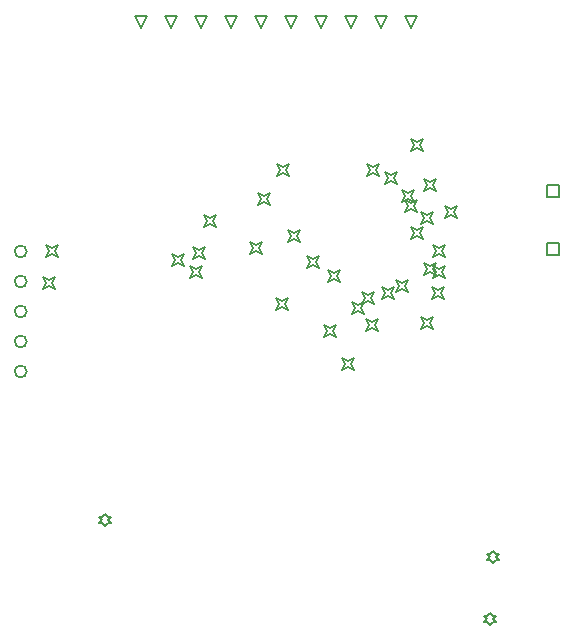
<source format=gbr>
G04*
G04 #@! TF.GenerationSoftware,Altium Limited,Altium Designer,24.0.1 (36)*
G04*
G04 Layer_Color=2752767*
%FSLAX25Y25*%
%MOIN*%
G70*
G04*
G04 #@! TF.SameCoordinates,852D5C1C-0582-447D-AFC5-A22B4F0E1159*
G04*
G04*
G04 #@! TF.FilePolarity,Positive*
G04*
G01*
G75*
%ADD13C,0.00500*%
%ADD65C,0.00667*%
D13*
X210500Y203787D02*
Y207787D01*
X214500D01*
Y203787D01*
X210500D01*
Y223000D02*
Y227000D01*
X214500D01*
Y223000D01*
X210500D01*
X125000Y279594D02*
X123000Y283594D01*
X127000D01*
X125000Y279594D01*
X115000D02*
X113000Y283594D01*
X117000D01*
X115000Y279594D01*
X105000D02*
X103000Y283594D01*
X107000D01*
X105000Y279594D01*
X85000D02*
X83000Y283594D01*
X87000D01*
X85000Y279594D01*
X75000D02*
X73000Y283594D01*
X77000D01*
X75000Y279594D01*
X95000D02*
X93000Y283594D01*
X97000D01*
X95000Y279594D01*
X135000D02*
X133000Y283594D01*
X137000D01*
X135000Y279594D01*
X145000D02*
X143000Y283594D01*
X147000D01*
X145000Y279594D01*
X155000D02*
X153000Y283594D01*
X157000D01*
X155000Y279594D01*
X165000D02*
X163000Y283594D01*
X167000D01*
X165000Y279594D01*
X137583Y194916D02*
X138584Y196916D01*
X137583Y198916D01*
X139584Y197916D01*
X141584Y198916D01*
X140584Y196916D01*
X141584Y194916D01*
X139584Y195916D01*
X137583Y194916D01*
X120000Y185500D02*
X121000Y187500D01*
X120000Y189500D01*
X122000Y188500D01*
X124000Y189500D01*
X123000Y187500D01*
X124000Y185500D01*
X122000Y186500D01*
X120000Y185500D01*
X148677Y187614D02*
X149677Y189614D01*
X148677Y191614D01*
X150677Y190614D01*
X152677Y191614D01*
X151677Y189614D01*
X152677Y187614D01*
X150677Y188614D01*
X148677Y187614D01*
X145500Y184000D02*
X146500Y186000D01*
X145500Y188000D01*
X147500Y187000D01*
X149500Y188000D01*
X148500Y186000D01*
X149500Y184000D01*
X147500Y185000D01*
X145500Y184000D01*
X150000Y178500D02*
X151000Y180500D01*
X150000Y182500D01*
X152000Y181500D01*
X154000Y182500D01*
X153000Y180500D01*
X154000Y178500D01*
X152000Y179500D01*
X150000Y178500D01*
X136000Y176500D02*
X137000Y178500D01*
X136000Y180500D01*
X138000Y179500D01*
X140000Y180500D01*
X139000Y178500D01*
X140000Y176500D01*
X138000Y177500D01*
X136000Y176500D01*
X168386Y179000D02*
X169386Y181000D01*
X168386Y183000D01*
X170386Y182000D01*
X172386Y183000D01*
X171386Y181000D01*
X172386Y179000D01*
X170386Y180000D01*
X168386Y179000D01*
X169500Y197000D02*
X170500Y199000D01*
X169500Y201000D01*
X171500Y200000D01*
X173500Y201000D01*
X172500Y199000D01*
X173500Y197000D01*
X171500Y198000D01*
X169500Y197000D01*
X172500Y196000D02*
X173500Y198000D01*
X172500Y200000D01*
X174500Y199000D01*
X176500Y200000D01*
X175500Y198000D01*
X176500Y196000D01*
X174500Y197000D01*
X172500Y196000D01*
X160000Y191500D02*
X161000Y193500D01*
X160000Y195500D01*
X162000Y194500D01*
X164000Y195500D01*
X163000Y193500D01*
X164000Y191500D01*
X162000Y192500D01*
X160000Y191500D01*
X155500Y189114D02*
X156500Y191114D01*
X155500Y193114D01*
X157500Y192114D01*
X159500Y193114D01*
X158500Y191114D01*
X159500Y189114D01*
X157500Y190114D01*
X155500Y189114D01*
X156487Y227513D02*
X157487Y229513D01*
X156487Y231513D01*
X158487Y230513D01*
X160487Y231513D01*
X159487Y229513D01*
X160487Y227513D01*
X158487Y228513D01*
X156487Y227513D01*
X168500Y214000D02*
X169500Y216000D01*
X168500Y218000D01*
X170500Y217000D01*
X172500Y218000D01*
X171500Y216000D01*
X172500Y214000D01*
X170500Y215000D01*
X168500Y214000D01*
X176500Y216000D02*
X177500Y218000D01*
X176500Y220000D01*
X178500Y219000D01*
X180500Y220000D01*
X179500Y218000D01*
X180500Y216000D01*
X178500Y217000D01*
X176500Y216000D01*
X169500Y225000D02*
X170500Y227000D01*
X169500Y229000D01*
X171500Y228000D01*
X173500Y229000D01*
X172500Y227000D01*
X173500Y225000D01*
X171500Y226000D01*
X169500Y225000D01*
X150500Y230000D02*
X151500Y232000D01*
X150500Y234000D01*
X152500Y233000D01*
X154500Y234000D01*
X153500Y232000D01*
X154500Y230000D01*
X152500Y231000D01*
X150500Y230000D01*
X165000Y238500D02*
X166000Y240500D01*
X165000Y242500D01*
X167000Y241500D01*
X169000Y242500D01*
X168000Y240500D01*
X169000Y238500D01*
X167000Y239500D01*
X165000Y238500D01*
X162000Y221500D02*
X163000Y223500D01*
X162000Y225500D01*
X164000Y224500D01*
X166000Y225500D01*
X165000Y223500D01*
X166000Y221500D01*
X164000Y222500D01*
X162000Y221500D01*
X114000Y220500D02*
X115000Y222500D01*
X114000Y224500D01*
X116000Y223500D01*
X118000Y224500D01*
X117000Y222500D01*
X118000Y220500D01*
X116000Y221500D01*
X114000Y220500D01*
X191500Y80500D02*
X192500Y81500D01*
X193500D01*
X192500Y82500D01*
X193500Y83500D01*
X192500D01*
X191500Y84500D01*
X190500Y83500D01*
X189500D01*
X190500Y82500D01*
X189500Y81500D01*
X190500D01*
X191500Y80500D01*
X192500Y101184D02*
X193500Y102184D01*
X194500D01*
X193500Y103184D01*
X194500Y104184D01*
X193500D01*
X192500Y105184D01*
X191500Y104184D01*
X190500D01*
X191500Y103184D01*
X190500Y102184D01*
X191500D01*
X192500Y101184D01*
X63000Y113500D02*
X64000Y114500D01*
X65000D01*
X64000Y115500D01*
X65000Y116500D01*
X64000D01*
X63000Y117500D01*
X62000Y116500D01*
X61000D01*
X62000Y115500D01*
X61000Y114500D01*
X62000D01*
X63000Y113500D01*
X172500Y203000D02*
X173500Y205000D01*
X172500Y207000D01*
X174500Y206000D01*
X176500Y207000D01*
X175500Y205000D01*
X176500Y203000D01*
X174500Y204000D01*
X172500Y203000D01*
X165187Y209102D02*
X166187Y211102D01*
X165187Y213102D01*
X167187Y212102D01*
X169187Y213102D01*
X168187Y211102D01*
X169187Y209102D01*
X167187Y210102D01*
X165187Y209102D01*
X163225Y218225D02*
X164225Y220225D01*
X163225Y222225D01*
X165225Y221225D01*
X167225Y222225D01*
X166225Y220225D01*
X167225Y218225D01*
X165225Y219225D01*
X163225Y218225D01*
X130500Y199414D02*
X131500Y201414D01*
X130500Y203414D01*
X132500Y202414D01*
X134500Y203414D01*
X133500Y201414D01*
X134500Y199414D01*
X132500Y200414D01*
X130500Y199414D01*
X85500Y200000D02*
X86500Y202000D01*
X85500Y204000D01*
X87500Y203000D01*
X89500Y204000D01*
X88500Y202000D01*
X89500Y200000D01*
X87500Y201000D01*
X85500Y200000D01*
X91500Y196000D02*
X92500Y198000D01*
X91500Y200000D01*
X93500Y199000D01*
X95500Y200000D01*
X94500Y198000D01*
X95500Y196000D01*
X93500Y197000D01*
X91500Y196000D01*
X92500Y202500D02*
X93500Y204500D01*
X92500Y206500D01*
X94500Y205500D01*
X96500Y206500D01*
X95500Y204500D01*
X96500Y202500D01*
X94500Y203500D01*
X92500Y202500D01*
X42500Y192500D02*
X43500Y194500D01*
X42500Y196500D01*
X44500Y195500D01*
X46500Y196500D01*
X45500Y194500D01*
X46500Y192500D01*
X44500Y193500D01*
X42500Y192500D01*
X43500Y203000D02*
X44500Y205000D01*
X43500Y207000D01*
X45500Y206000D01*
X47500Y207000D01*
X46500Y205000D01*
X47500Y203000D01*
X45500Y204000D01*
X43500Y203000D01*
X111500Y204000D02*
X112500Y206000D01*
X111500Y208000D01*
X113500Y207000D01*
X115500Y208000D01*
X114500Y206000D01*
X115500Y204000D01*
X113500Y205000D01*
X111500Y204000D01*
X142000Y165500D02*
X143000Y167500D01*
X142000Y169500D01*
X144000Y168500D01*
X146000Y169500D01*
X145000Y167500D01*
X146000Y165500D01*
X144000Y166500D01*
X142000Y165500D01*
X124000Y208000D02*
X125000Y210000D01*
X124000Y212000D01*
X126000Y211000D01*
X128000Y212000D01*
X127000Y210000D01*
X128000Y208000D01*
X126000Y209000D01*
X124000Y208000D01*
X120500Y230000D02*
X121500Y232000D01*
X120500Y234000D01*
X122500Y233000D01*
X124500Y234000D01*
X123500Y232000D01*
X124500Y230000D01*
X122500Y231000D01*
X120500Y230000D01*
X96000Y213000D02*
X97000Y215000D01*
X96000Y217000D01*
X98000Y216000D01*
X100000Y217000D01*
X99000Y215000D01*
X100000Y213000D01*
X98000Y214000D01*
X96000Y213000D01*
X172000Y189000D02*
X173000Y191000D01*
X172000Y193000D01*
X174000Y192000D01*
X176000Y193000D01*
X175000Y191000D01*
X176000Y189000D01*
X174000Y190000D01*
X172000Y189000D01*
D65*
X37000Y165000D02*
G03*
X37000Y165000I-2000J0D01*
G01*
Y175000D02*
G03*
X37000Y175000I-2000J0D01*
G01*
Y185000D02*
G03*
X37000Y185000I-2000J0D01*
G01*
Y195000D02*
G03*
X37000Y195000I-2000J0D01*
G01*
Y205000D02*
G03*
X37000Y205000I-2000J0D01*
G01*
M02*

</source>
